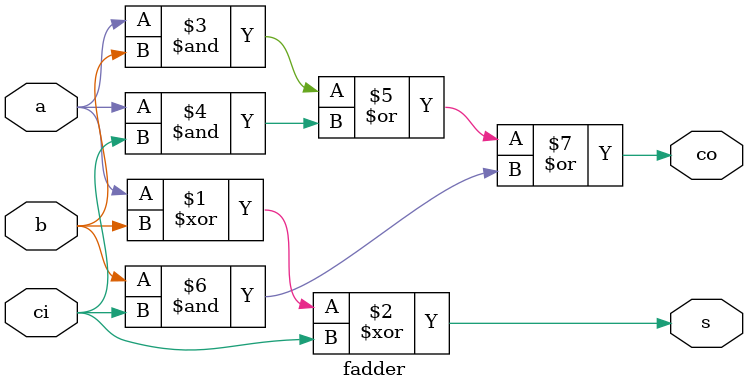
<source format=v>
module fadder(input a, b, ci, output s, co );
assign s = a^b^ci;
assign co = a&b|a&ci|b&ci;
endmodule
</source>
